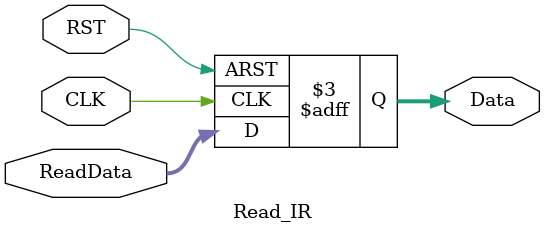
<source format=v>
module Read_IR(
input  wire  [31:0]    ReadData,
input  wire            CLK,
input  wire            RST,
output reg   [31:0]    Data
);

always@(posedge CLK or negedge RST)
begin
if(!RST)
    begin
      Data <= 0 ;
    end
else
     begin
       Data <= ReadData ;
     end
end
endmodule

</source>
